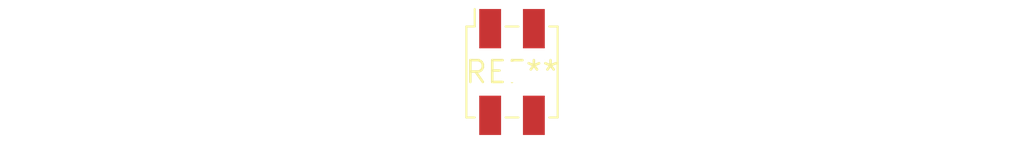
<source format=kicad_pcb>
(kicad_pcb (version 20240108) (generator pcbnew)
  (layers (0 "F.Cu" signal) (31 "B.Cu" signal) (34 "B.Paste" user) (35 "F.Paste" user) (36 "B.SilkS" user "B.Silkscreen") (37 "F.SilkS" user "F.Silkscreen") (38 "B.Mask" user) (39 "F.Mask" user) (44 "Edge.Cuts" user))
  (net 0 "")
  (footprint "Samtec_HLE-102-02-xxx-DV-LC_2x02_P2.54mm_Horizontal" (layer "F.Cu") (at 0 0)
    (property "Reference" "REF**")
    (property "Value" "Samtec_HLE-102-02-xxx-DV-LC_2x02_P2.54mm_Horizontal")
    (fp_line (start -2.65 -2.65) (end -2.65 2.65) (layer "F.SilkS") (stroke (width 0.12)))
    (fp_line (start -2.65 2.65) (end -2.165 2.65) (layer "F.SilkS") (stroke (width 0.12)))
    (fp_line (start -2.165 -3.67) (end -2.165 -2.65) (layer "F.SilkS") (stroke (width 0.12)))
    (fp_line (start -2.165 -2.65) (end -2.65 -2.65) (layer "F.SilkS") (stroke (width 0.12)))
    (fp_line (start -0.375 -2.65) (end 0.375 -2.65) (layer "F.SilkS") (stroke (width 0.12)))
    (fp_line (start -0.375 2.65) (end 0.375 2.65) (layer "F.SilkS") (stroke (width 0.12)))
    (fp_line (start 2.165 -2.65) (end 2.65 -2.65) (layer "F.SilkS") (stroke (width 0.12)))
    (fp_line (start 2.65 -2.65) (end 2.65 2.65) (layer "F.SilkS") (stroke (width 0.12)))
    (fp_line (start 2.65 2.65) (end 2.165 2.65) (layer "F.SilkS") (stroke (width 0.12)))
    (pad "" np_thru_hole circle (at 0 0) (size 1.19 1.19) (drill 1.19) (layers *.Cu *.Mask))
    (pad "1" smd rect (at -1.27 -2.525) (size 1.27 2.29) (layers "F.Cu" "F.Paste" "F.Mask"))
    (pad "2" smd rect (at -1.27 2.525) (size 1.27 2.29) (layers "F.Cu" "F.Paste" "F.Mask"))
    (pad "3" smd rect (at 1.27 -2.525) (size 1.27 2.29) (layers "F.Cu" "F.Paste" "F.Mask"))
    (pad "4" smd rect (at 1.27 2.525) (size 1.27 2.29) (layers "F.Cu" "F.Paste" "F.Mask"))
  )
)
</source>
